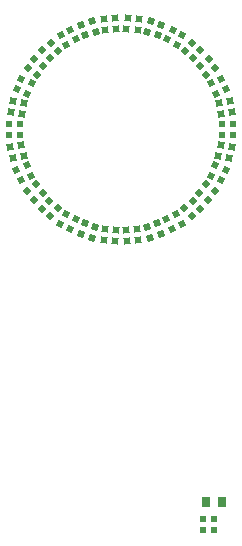
<source format=gtp>
G04 Layer: TopPasteMaskLayer*
G04 EasyEDA v6.5.29, 2023-07-18 11:35:47*
G04 afcbc65135b8487390061542234f1994,5a6b42c53f6a479593ecc07194224c93,10*
G04 Gerber Generator version 0.2*
G04 Scale: 100 percent, Rotated: No, Reflected: No *
G04 Dimensions in millimeters *
G04 leading zeros omitted , absolute positions ,4 integer and 5 decimal *
%FSLAX45Y45*%
%MOMM*%

%AMMACRO1*21,1,$1,$2,0,0,$3*%
%ADD10R,0.5500X0.5500*%
%ADD11MACRO1,0.55X0.55X-167.9999*%
%ADD12MACRO1,0.55X0.55X-156.0002*%
%ADD13MACRO1,0.55X0.55X-156.0012*%
%ADD14MACRO1,0.55X0.55X-143.9991*%
%ADD15MACRO1,0.55X0.55X-143.9997*%
%ADD16MACRO1,0.55X0.55X-131.9994*%
%ADD17MACRO1,0.55X0.55X-132.0012*%
%ADD18MACRO1,0.55X0.55X-131.9992*%
%ADD19MACRO1,0.55X0.55X-119.9976*%
%ADD20MACRO1,0.55X0.55X-119.9989*%
%ADD21MACRO1,0.55X0.55X-120.0002*%
%ADD22MACRO1,0.55X0.55X-107.9990*%
%ADD23MACRO1,0.55X0.55X-107.9973*%
%ADD24MACRO1,0.55X0.55X-107.9998*%
%ADD25MACRO1,0.55X0.55X-95.9989*%
%ADD26MACRO1,0.55X0.55X-95.9994*%
%ADD27MACRO1,0.55X0.55X-95.9992*%
%ADD28MACRO1,0.55X0.55X-83.9985*%
%ADD29MACRO1,0.55X0.55X-84.0006*%
%ADD30MACRO1,0.55X0.55X-84.0008*%
%ADD31MACRO1,0.55X0.55X-71.9977*%
%ADD32MACRO1,0.55X0.55X-71.9994*%
%ADD33MACRO1,0.55X0.55X-60.0001*%
%ADD34MACRO1,0.55X0.55X-59.9965*%
%ADD35MACRO1,0.55X0.55X-60.0011*%
%ADD36MACRO1,0.55X0.55X-47.9986*%
%ADD37MACRO1,0.55X0.55X-48.0006*%
%ADD38MACRO1,0.55X0.55X-48.0008*%
%ADD39MACRO1,0.55X0.55X-36.0009*%
%ADD40MACRO1,0.55X0.55X-35.9988*%
%ADD41MACRO1,0.55X0.55X-36.0003*%
%ADD42MACRO1,0.55X0.55X-35.9966*%
%ADD43MACRO1,0.55X0.55X-23.9988*%
%ADD44MACRO1,0.55X0.55X-23.9985*%
%ADD45MACRO1,0.55X0.55X-24.0009*%
%ADD46MACRO1,0.55X0.55X-12.0001*%
%ADD47MACRO1,0.55X0.55X-12.0007*%
%ADD48MACRO1,0.55X0.55X-11.9975*%
%ADD49MACRO1,0.55X0.55X167.9999*%
%ADD50MACRO1,0.55X0.55X167.9993*%
%ADD51MACRO1,0.55X0.55X168.0025*%
%ADD52MACRO1,0.55X0.55X156.0012*%
%ADD53MACRO1,0.55X0.55X156.0015*%
%ADD54MACRO1,0.55X0.55X155.9991*%
%ADD55MACRO1,0.55X0.55X143.9991*%
%ADD56MACRO1,0.55X0.55X144.0012*%
%ADD57MACRO1,0.55X0.55X143.9997*%
%ADD58MACRO1,0.55X0.55X144.0034*%
%ADD59MACRO1,0.55X0.55X132.0014*%
%ADD60MACRO1,0.55X0.55X131.9994*%
%ADD61MACRO1,0.55X0.55X131.9992*%
%ADD62MACRO1,0.55X0.55X119.9999*%
%ADD63MACRO1,0.55X0.55X120.0035*%
%ADD64MACRO1,0.55X0.55X119.9989*%
%ADD65MACRO1,0.55X0.55X108.0023*%
%ADD66MACRO1,0.55X0.55X108.0006*%
%ADD67MACRO1,0.55X0.55X96.0015*%
%ADD68MACRO1,0.55X0.55X95.9994*%
%ADD69MACRO1,0.55X0.55X95.9992*%
%ADD70MACRO1,0.55X0.55X84.0011*%
%ADD71MACRO1,0.55X0.55X84.0006*%
%ADD72MACRO1,0.55X0.55X84.0008*%
%ADD73MACRO1,0.55X0.55X72.0010*%
%ADD74MACRO1,0.55X0.55X72.0027*%
%ADD75MACRO1,0.55X0.55X72.0002*%
%ADD76MACRO1,0.55X0.55X60.0024*%
%ADD77MACRO1,0.55X0.55X60.0011*%
%ADD78MACRO1,0.55X0.55X59.9998*%
%ADD79MACRO1,0.55X0.55X48.0006*%
%ADD80MACRO1,0.55X0.55X47.9988*%
%ADD81MACRO1,0.55X0.55X48.0008*%
%ADD82MACRO1,0.55X0.55X36.0009*%
%ADD83MACRO1,0.55X0.55X36.0003*%
%ADD84MACRO1,0.55X0.55X23.9998*%
%ADD85MACRO1,0.55X0.55X23.9988*%
%ADD86MACRO1,0.55X0.55X12.0001*%
%ADD87R,0.8000X0.9000*%

%LPD*%
D10*
G01*
X-245897Y-3143554D03*
G01*
X-245897Y-3238576D03*
G01*
X-150875Y-3238576D03*
G01*
X-150875Y-3143554D03*
G01*
X-1789201Y102997D03*
G01*
X-1789201Y198018D03*
G01*
X-1884222Y198018D03*
G01*
X-1884222Y102997D03*
D11*
G01*
X-1760687Y-73204D03*
G01*
X-1780443Y19734D03*
G01*
X-1873390Y-16D03*
G01*
X-1853633Y-92960D03*
D12*
G01*
X-1696166Y-239632D03*
D13*
G01*
X-1734813Y-152833D03*
D12*
G01*
X-1821624Y-191476D03*
G01*
X-1782974Y-278281D03*
D14*
G01*
X-1598452Y-389007D03*
G01*
X-1654301Y-312139D03*
D15*
G01*
X-1731180Y-367988D03*
G01*
X-1675326Y-444860D03*
D16*
G01*
X-1471816Y-514804D03*
G01*
X-1542427Y-451228D03*
D17*
G01*
X-1606014Y-521840D03*
D18*
G01*
X-1535399Y-585420D03*
D19*
G01*
X-1321794Y-611521D03*
G01*
X-1404080Y-564014D03*
D20*
G01*
X-1451596Y-646305D03*
D21*
G01*
X-1369305Y-693813D03*
D22*
G01*
X-1154941Y-674933D03*
G01*
X-1245306Y-645574D03*
D23*
G01*
X-1274674Y-735944D03*
D24*
G01*
X-1184304Y-765305D03*
D25*
G01*
X-978551Y-702270D03*
G01*
X-1073047Y-692339D03*
D26*
G01*
X-1082983Y-786842D03*
D27*
G01*
X-988482Y-796772D03*
D28*
G01*
X-800328Y-692335D03*
G01*
X-894824Y-702269D03*
D29*
G01*
X-884895Y-796772D03*
D30*
G01*
X-790395Y-786837D03*
D31*
G01*
X-628069Y-645565D03*
G01*
X-718435Y-674927D03*
D32*
G01*
X-689075Y-765300D03*
G01*
X-598705Y-735935D03*
D33*
G01*
X-469298Y-563999D03*
D34*
G01*
X-551583Y-611508D03*
D35*
G01*
X-504075Y-693803D03*
G01*
X-421786Y-646291D03*
D36*
G01*
X-330955Y-451208D03*
D37*
G01*
X-401563Y-514785D03*
D38*
G01*
X-337983Y-585405D03*
G01*
X-267371Y-521822D03*
D39*
G01*
X-219085Y-312115D03*
D40*
G01*
X-274932Y-388985D03*
D41*
G01*
X-198059Y-444842D03*
D42*
G01*
X-142210Y-367968D03*
D43*
G01*
X-138577Y-152805D03*
G01*
X-177223Y-239607D03*
D44*
G01*
X-90416Y-278260D03*
D45*
G01*
X-51770Y-191453D03*
D46*
G01*
X-92953Y19762D03*
G01*
X-112707Y-73176D03*
D47*
G01*
X-19761Y-92937D03*
D48*
G01*
X-8Y6D03*
D49*
G01*
X-1777044Y281283D03*
G01*
X-1757291Y374222D03*
D50*
G01*
X-1850237Y393983D03*
D51*
G01*
X-1869989Y301039D03*
D52*
G01*
X-1731421Y453851D03*
G01*
X-1692775Y540652D03*
D53*
G01*
X-1779582Y579306D03*
D54*
G01*
X-1818228Y492499D03*
D55*
G01*
X-1650913Y613161D03*
D56*
G01*
X-1595066Y690031D03*
D57*
G01*
X-1671939Y745888D03*
D58*
G01*
X-1727788Y669014D03*
D59*
G01*
X-1539043Y752254D03*
D60*
G01*
X-1468434Y815831D03*
D61*
G01*
X-1532014Y886451D03*
G01*
X-1602626Y822868D03*
D62*
G01*
X-1400700Y865045D03*
D63*
G01*
X-1318414Y912554D03*
D64*
G01*
X-1365923Y994849D03*
G01*
X-1448212Y947337D03*
D65*
G01*
X-1241929Y946611D03*
G01*
X-1151563Y975973D03*
D66*
G01*
X-1180923Y1066346D03*
G01*
X-1271292Y1036981D03*
D67*
G01*
X-1069670Y993381D03*
G01*
X-975174Y1003315D03*
D68*
G01*
X-985103Y1097818D03*
D69*
G01*
X-1079602Y1087883D03*
D70*
G01*
X-891447Y1003316D03*
G01*
X-796951Y993385D03*
D71*
G01*
X-787015Y1087888D03*
D72*
G01*
X-881515Y1097818D03*
D73*
G01*
X-715056Y975979D03*
G01*
X-624692Y946619D03*
D74*
G01*
X-595323Y1036990D03*
D75*
G01*
X-685694Y1066351D03*
D76*
G01*
X-548204Y912567D03*
G01*
X-465918Y865060D03*
D77*
G01*
X-418402Y947351D03*
D78*
G01*
X-500693Y994859D03*
D79*
G01*
X-398181Y815850D03*
G01*
X-327571Y752274D03*
D80*
G01*
X-263984Y822886D03*
D81*
G01*
X-334599Y886466D03*
D82*
G01*
X-271546Y690053D03*
G01*
X-215696Y613185D03*
D83*
G01*
X-138818Y669034D03*
G01*
X-194671Y745906D03*
D84*
G01*
X-173832Y540678D03*
D85*
G01*
X-135185Y453878D03*
D84*
G01*
X-48374Y492522D03*
G01*
X-87024Y579327D03*
D86*
G01*
X-109311Y374249D03*
G01*
X-89555Y281311D03*
G01*
X3392Y301062D03*
G01*
X-16365Y394006D03*
D10*
G01*
X-80797Y198043D03*
G01*
X-80797Y103022D03*
G01*
X14224Y103022D03*
G01*
X14224Y198043D03*
D87*
G01*
X-217601Y-3000578D03*
G01*
X-77596Y-3000578D03*
M02*

</source>
